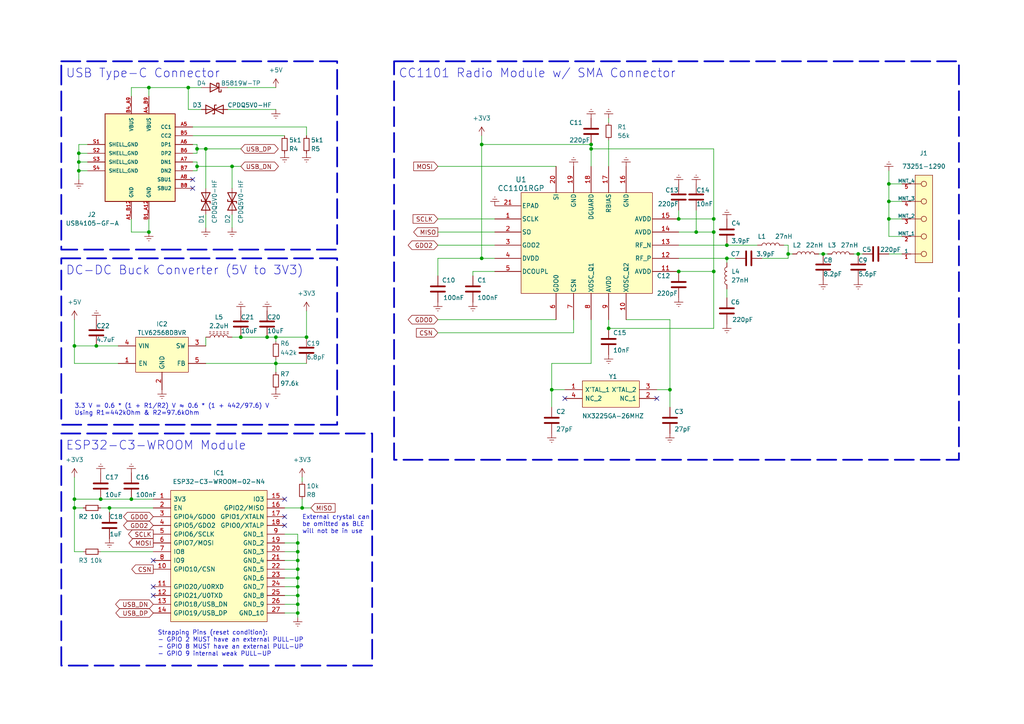
<source format=kicad_sch>
(kicad_sch (version 20230121) (generator eeschema)
  (paper "A4")
  (title_block (title "CoralWave") (date "2023-08-22") (rev "1.0") (company "mineiwik"))
  (lib_symbols
    (symbol "Device:C" (pin_numbers hide) (pin_names (offset 0.254))
      (property "Reference" "C" (at 0.635 2.54 0))
      (property "Value" "C" (at 0.635 -2.54 0))
      (symbol "C_0_1"
        (polyline (pts (xy -2.032 -0.762) (xy 2.032 -0.762)) (stroke (width 0.508)))
        (polyline (pts (xy -2.032 0.762) (xy 2.032 0.762)) (stroke (width 0.508)))
      )
      (symbol "C_1_1"
        (pin passive line (at 0 3.81 270) (length 2.794) (name "~") (number "1"))
        (pin passive line (at 0 -3.81 90) (length 2.794) (name "~") (number "2"))
      )
    )
    (symbol "Device:D_Schottky" (pin_numbers hide) (pin_names (offset 1.016) hide)
      (property "Reference" "D" (at 0 2.54 0))
      (property "Value" "D_Schottky" (at 0 -2.54 0))
      (symbol "D_Schottky_0_1"
        (polyline (pts (xy 1.27 0) (xy -1.27 0)))
        (polyline (pts (xy 1.27 1.27) (xy 1.27 -1.27) (xy -1.27 0) (xy 1.27 1.27)) (stroke (width 0.254)))
        (polyline (pts (xy -1.905 0.635) (xy -1.905 1.27) (xy -1.27 1.27) (xy -1.27 -1.27) (xy -0.635 -1.27) (xy -0.635 -0.635)) (stroke (width 0.254)))
      )
      (symbol "D_Schottky_1_1"
        (pin passive line (at -3.81 0 0) (length 2.54) (name "K") (number "1"))
        (pin passive line (at 3.81 0 180) (length 2.54) (name "A") (number "2"))
      )
    )
    (symbol "Device:D_TVS" (pin_numbers hide) (pin_names (offset 1.016) hide)
      (property "Reference" "D" (at 0 2.54 0))
      (property "Value" "D_TVS" (at 0 -2.54 0))
      (symbol "D_TVS_0_1"
        (polyline (pts (xy 1.27 0) (xy -1.27 0)))
        (polyline (pts (xy 0.508 1.27) (xy 0 1.27) (xy 0 -1.27) (xy -0.508 -1.27)) (stroke (width 0.254)))
        (polyline (pts (xy -2.54 1.27) (xy -2.54 -1.27) (xy 2.54 1.27) (xy 2.54 -1.27) (xy -2.54 1.27)) (stroke (width 0.254)))
      )
      (symbol "D_TVS_1_1"
        (pin passive line (at -3.81 0 0) (length 2.54) (name "A1") (number "1"))
        (pin passive line (at 3.81 0 180) (length 2.54) (name "A2") (number "2"))
      )
    )
    (symbol "Device:L" (pin_numbers hide) (pin_names (offset 1.016) hide)
      (property "Reference" "L" (at -1.27 0 90))
      (property "Value" "L" (at 1.905 0 90))
      (symbol "L_0_1"
        (arc (start 0 -2.54) (mid 0.6323 -1.905) (end 0 -1.27))
        (arc (start 0 -1.27) (mid 0.6323 -0.635) (end 0 0))
        (arc (start 0 0) (mid 0.6323 0.635) (end 0 1.27))
        (arc (start 0 1.27) (mid 0.6323 1.905) (end 0 2.54))
      )
      (symbol "L_1_1"
        (pin passive line (at 0 3.81 270) (length 1.27) (name "1") (number "1"))
        (pin passive line (at 0 -3.81 90) (length 1.27) (name "2") (number "2"))
      )
    )
    (symbol "Device:L_Ferrite" (pin_numbers hide) (pin_names (offset 1.016) hide)
      (property "Reference" "L" (at -1.27 0 90))
      (property "Value" "L_Ferrite" (at 2.794 0 90))
      (symbol "L_Ferrite_0_1"
        (arc (start 0 -2.54) (mid 0.6323 -1.905) (end 0 -1.27))
        (arc (start 0 -1.27) (mid 0.6323 -0.635) (end 0 0))
        (polyline (pts (xy 1.016 -2.794) (xy 1.016 -2.286)))
        (polyline (pts (xy 1.016 -1.778) (xy 1.016 -1.27)))
        (polyline (pts (xy 1.016 -0.762) (xy 1.016 -0.254)))
        (polyline (pts (xy 1.016 0.254) (xy 1.016 0.762)))
        (polyline (pts (xy 1.016 1.27) (xy 1.016 1.778)))
        (polyline (pts (xy 1.016 2.286) (xy 1.016 2.794)))
        (polyline (pts (xy 1.524 -2.286) (xy 1.524 -2.794)))
        (polyline (pts (xy 1.524 -1.27) (xy 1.524 -1.778)))
        (polyline (pts (xy 1.524 -0.254) (xy 1.524 -0.762)))
        (polyline (pts (xy 1.524 0.762) (xy 1.524 0.254)))
        (polyline (pts (xy 1.524 1.778) (xy 1.524 1.27)))
        (polyline (pts (xy 1.524 2.794) (xy 1.524 2.286)))
        (arc (start 0 0) (mid 0.6323 0.635) (end 0 1.27))
        (arc (start 0 1.27) (mid 0.6323 1.905) (end 0 2.54))
      )
      (symbol "L_Ferrite_1_1"
        (pin passive line (at 0 3.81 270) (length 1.27) (name "1") (number "1"))
        (pin passive line (at 0 -3.81 90) (length 1.27) (name "2") (number "2"))
      )
    )
    (symbol "Device:R_Small" (pin_numbers hide) (pin_names (offset 0.254) hide)
      (property "Reference" "R" (at 0.762 0.508 0))
      (property "Value" "R_Small" (at 0.762 -1.016 0))
      (symbol "R_Small_0_1"
        (rectangle (start -0.762 1.778) (end 0.762 -1.778) (stroke (width 0.2032)))
      )
      (symbol "R_Small_1_1"
        (pin passive line (at 0 2.54 270) (length 0.762) (name "~") (number "1"))
        (pin passive line (at 0 -2.54 90) (length 0.762) (name "~") (number "2"))
      )
    )
    (symbol "PCBLib:CC1101RGP" (pin_names (offset 0.254))
      (property "Reference" "U" (at 24.13 24.13 0))
      (property "Value" "CC1101RGP" (at 24.13 20.32 0))
      (symbol "CC1101RGP_1_1"
        (rectangle (start -20.32 13.97) (end 17.78 -15.24) (fill (type background)))
        (pin unspecified line (at -27.94 6.35 0) (length 7.62) (name "SCLK") (number "1"))
        (pin bidirectional line (at 10.16 -22.86 90) (length 7.62) (name "XOSC_Q2") (number "10"))
        (pin power_in line (at 25.4 -8.89 180) (length 7.62) (name "AVDD") (number "11"))
        (pin bidirectional line (at 25.4 -5.08 180) (length 7.62) (name "RF_P") (number "12"))
        (pin bidirectional line (at 25.4 -1.27 180) (length 7.62) (name "RF_N") (number "13"))
        (pin power_in line (at 25.4 2.54 180) (length 7.62) (name "AVDD") (number "14"))
        (pin power_in line (at 25.4 6.35 180) (length 7.62) (name "AVDD") (number "15"))
        (pin power_in line (at 10.16 21.59 270) (length 7.62) (name "GND") (number "16"))
        (pin bidirectional line (at 5.08 21.59 270) (length 7.62) (name "RBIAS") (number "17"))
        (pin power_in line (at 0 21.59 270) (length 7.62) (name "DGUARD") (number "18"))
        (pin power_in line (at -5.08 21.59 270) (length 7.62) (name "GND") (number "19"))
        (pin output line (at -27.94 2.54 0) (length 7.62) (name "SO") (number "2"))
        (pin input line (at -10.16 21.59 270) (length 7.62) (name "SI") (number "20"))
        (pin power_in line (at -27.94 10.16 0) (length 7.62) (name "EPAD") (number "21"))
        (pin output line (at -27.94 -1.27 0) (length 7.62) (name "GDO2") (number "3"))
        (pin power_in line (at -27.94 -5.08 0) (length 7.62) (name "DVDD") (number "4"))
        (pin power_in line (at -27.94 -8.89 0) (length 7.62) (name "DCOUPL") (number "5"))
        (pin bidirectional line (at -10.16 -22.86 90) (length 7.62) (name "GDO0") (number "6"))
        (pin input line (at -5.08 -22.86 90) (length 7.62) (name "CSN") (number "7"))
        (pin bidirectional line (at 0 -22.86 90) (length 7.62) (name "XOSC_Q1") (number "8"))
        (pin power_in line (at 5.08 -22.86 90) (length 7.62) (name "AVDD") (number "9"))
      )
    )
    (symbol "PCBLib:ESP32-C3-WROOM-02-N4" (pin_names (offset 0.762))
      (property "Reference" "IC" (at 15.24 22.86 0))
      (property "Value" "ESP32-C3-WROOM-02-N4" (at 15.24 20.32 0))
      (symbol "ESP32-C3-WROOM-02-N4_0_0"
        (pin passive line (at -19.05 15.24 0) (length 5.08) (name "3V3") (number "1"))
        (pin passive line (at 19.05 15.24 180) (length 5.08) (name "IO3") (number "15"))
        (pin passive line (at 19.05 2.54 180) (length 5.08) (name "GND_2") (number "19"))
        (pin passive line (at -19.05 12.7 0) (length 5.08) (name "EN") (number "2"))
        (pin passive line (at 19.05 0 180) (length 5.08) (name "GND_3") (number "20"))
        (pin passive line (at 19.05 -2.54 180) (length 5.08) (name "GND_4") (number "21"))
        (pin passive line (at 19.05 -5.08 180) (length 5.08) (name "GND_5") (number "22"))
        (pin passive line (at 19.05 -7.62 180) (length 5.08) (name "GND_6") (number "23"))
        (pin passive line (at 19.05 -10.16 180) (length 5.08) (name "GND_7") (number "24"))
        (pin passive line (at 19.05 -12.7 180) (length 5.08) (name "GND_8") (number "25"))
        (pin passive line (at 19.05 -15.24 180) (length 5.08) (name "GND_9") (number "26"))
        (pin passive line (at 19.05 -17.78 180) (length 5.08) (name "GND_10") (number "27"))
        (pin passive line (at -19.05 0 0) (length 5.08) (name "IO8") (number "7"))
        (pin passive line (at -19.05 -2.54 0) (length 5.08) (name "IO9") (number "8"))
        (pin passive line (at 19.05 5.08 180) (length 5.08) (name "GND_1") (number "9"))
      )
      (symbol "ESP32-C3-WROOM-02-N4_1_0"
        (pin passive line (at -19.05 -5.08 0) (length 5.08) (name "GPIO10/CSN") (number "10"))
        (pin passive line (at -19.05 -10.16 0) (length 5.08) (name "GPIO20/U0RXD") (number "11"))
        (pin passive line (at -19.05 -12.7 0) (length 5.08) (name "GPIO21/U0TXD") (number "12"))
        (pin passive line (at -19.05 -15.24 0) (length 5.08) (name "GPIO18/USB_DN") (number "13"))
        (pin passive line (at -19.05 -17.78 0) (length 5.08) (name "GPIO19/USB_DP") (number "14"))
        (pin passive line (at 19.05 12.7 180) (length 5.08) (name "GPIO2/MISO") (number "16"))
        (pin passive line (at 19.05 10.16 180) (length 5.08) (name "GPIO1/XTALN") (number "17"))
        (pin passive line (at 19.05 7.62 180) (length 5.08) (name "GPIO0/XTALP") (number "18"))
        (pin passive line (at -19.05 10.16 0) (length 5.08) (name "GPIO4/GDO0") (number "3"))
        (pin passive line (at -19.05 7.62 0) (length 5.08) (name "GPIO5/GDO2") (number "4"))
        (pin passive line (at -19.05 5.08 0) (length 5.08) (name "GPIO6/SCLK") (number "5"))
        (pin passive line (at -19.05 2.54 0) (length 5.08) (name "GPIO7/MOSI") (number "6"))
      )
      (symbol "ESP32-C3-WROOM-02-N4_1_1"
        (rectangle (start -13.97 17.78) (end 13.97 -20.32) (fill (type background)))
      )
    )
    (symbol "PCBLib:NX3225GA-26.000MHZ-EXS00A-CG01972" (pin_names (offset 0.762))
      (property "Reference" "Y" (at 13.97 8.89 0))
      (property "Value" "NX3225GA-26MHZ-EXS00A-CG01972" (at 13.97 6.35 0))
      (symbol "NX3225GA-26.000MHZ-EXS00A-CG01972_0_0"
        (pin passive line (at -13.97 1.27 0) (length 5.08) (name "X'TAL_1") (number "1"))
        (pin passive line (at 12.7 -1.27 180) (length 5.08) (name "NC_1") (number "2"))
        (pin passive line (at 12.7 1.27 180) (length 5.08) (name "X'TAL_2") (number "3"))
        (pin passive line (at -13.97 -1.27 0) (length 5.08) (name "NC_2") (number "4"))
      )
      (symbol "NX3225GA-26.000MHZ-EXS00A-CG01972_1_1"
        (polyline (pts (xy -8.89 3.81) (xy 7.62 3.81) (xy 7.62 -3.81) (xy -8.89 -3.81) (xy -8.89 3.81)) (stroke (width 0.1524)) (fill (type background)))
      )
    )
    (symbol "PCBLib:SD-73251-129" (pin_names (offset 0))
      (property "Reference" "J" (at 0 17.78 0))
      (property "Value" "73251-1290" (at 0 20.32 0))
      (symbol "SD-73251-129_1_1"
        (rectangle (start -2.54 12.7) (end 2.54 -12.7) (fill (type background)))
        (circle (center 0 -10.16) (radius 0.762))
        (circle (center 0 -5.08) (radius 0.762))
        (polyline (pts (xy 0.762 -10.16) (xy 3.81 -10.16)))
        (polyline (pts (xy 0.762 -5.08) (xy 3.81 -5.08)))
        (polyline (pts (xy 0.762 0) (xy 3.81 0)))
        (polyline (pts (xy 0.762 5.08) (xy 3.81 5.08)))
        (polyline (pts (xy 0.762 10.16) (xy 3.81 10.16)))
        (circle (center 0 0) (radius 0.762))
        (circle (center 0 5.08) (radius 0.762))
        (circle (center 0 10.16) (radius 0.762))
        (pin unspecified line (at 6.35 10.16 180) (length 2.54) (name "1") (number "1"))
        (pin unspecified line (at 6.35 5.08 180) (length 2.54) (name "MNT_1") (number "2"))
        (pin unspecified line (at 6.35 0 180) (length 2.54) (name "MNT_2") (number "3"))
        (pin unspecified line (at 6.35 -5.08 180) (length 2.54) (name "MNT_3") (number "4"))
        (pin unspecified line (at 6.35 -10.16 180) (length 2.54) (name "MNT_4") (number "5"))
      )
    )
    (symbol "PCBLib:TLV62568DBVR" (pin_names (offset 0.762))
      (property "Reference" "IC" (at 21.59 7.62 0))
      (property "Value" "TLV62568DBVR" (at 21.59 5.08 0))
      (symbol "TLV62568DBVR_0_0"
        (pin passive line (at -12.7 -2.54 0) (length 5.08) (name "EN") (number "1"))
        (pin passive line (at 0 -10.16 90) (length 5.08) (name "GND") (number "2"))
        (pin passive line (at 12.7 2.54 180) (length 5.08) (name "SW") (number "3"))
        (pin passive line (at -12.7 2.54 0) (length 5.08) (name "VIN") (number "4"))
        (pin passive line (at 12.7 -2.54 180) (length 5.08) (name "FB") (number "5"))
      )
      (symbol "TLV62568DBVR_1_1"
        (polyline (pts (xy -7.62 5.08) (xy 7.62 5.08) (xy 7.62 -5.08) (xy -7.62 -5.08) (xy -7.62 5.08)) (stroke (width 0.1524)) (fill (type background)))
      )
    )
    (symbol "PCBLib:USB4105-GF-A" (pin_names (offset 1.016))
      (property "Reference" "J" (at -27.94 13.97 0))
      (property "Value" "USB4105-GF-A" (at -27.94 10.16 0))
      (symbol "USB4105-GF-A_0_0"
        (rectangle (start -10.16 12.7) (end 10.16 -12.7) (stroke (width 0.254)) (fill (type background)))
        (pin power_in line (at -2.54 -17.78 90) (length 5.08) (name "GND") (number "A1_B12"))
        (pin power_in line (at 2.54 17.78 270) (length 5.08) (name "VBUS") (number "A4_B9"))
        (pin bidirectional line (at 15.24 8.89 180) (length 5.08) (name "CC1") (number "A5"))
        (pin bidirectional line (at 15.24 3.81 180) (length 5.08) (name "DP1") (number "A6"))
        (pin bidirectional line (at 15.24 -1.27 180) (length 5.08) (name "DN1") (number "A7"))
        (pin bidirectional line (at 15.24 -6.35 180) (length 5.08) (name "SBU1") (number "A8"))
        (pin power_in line (at 2.54 -17.78 90) (length 5.08) (name "GND") (number "B1_A12"))
        (pin power_in line (at -2.54 17.78 270) (length 5.08) (name "VBUS") (number "B4_A9"))
        (pin bidirectional line (at 15.24 6.35 180) (length 5.08) (name "CC2") (number "B5"))
        (pin bidirectional line (at 15.24 1.27 180) (length 5.08) (name "DP2") (number "B6"))
        (pin bidirectional line (at 15.24 -3.81 180) (length 5.08) (name "DN2") (number "B7"))
        (pin bidirectional line (at 15.24 -8.89 180) (length 5.08) (name "SBU2") (number "B8"))
        (pin power_in line (at -15.24 3.81 0) (length 5.08) (name "SHELL_GND") (number "S1"))
        (pin power_in line (at -15.24 1.27 0) (length 5.08) (name "SHELL_GND") (number "S2"))
        (pin power_in line (at -15.24 -1.27 0) (length 5.08) (name "SHELL_GND") (number "S3"))
        (pin power_in line (at -15.24 -3.81 0) (length 5.08) (name "SHELL_GND") (number "S4"))
      )
    )
    (symbol "power:+3V3" (power) (pin_names (offset 0))
      (property "Value" "+3V3" (at 0 3.556 0))
      (symbol "+3V3_0_1"
        (polyline (pts (xy -0.762 1.27) (xy 0 2.54)))
        (polyline (pts (xy 0 0) (xy 0 2.54)))
        (polyline (pts (xy 0 2.54) (xy 0.762 1.27)))
      )
      (symbol "+3V3_1_1"
        (pin power_in line (at 0 0 90) (length 0) hide (name "+3V3") (number "1"))
      )
    )
    (symbol "power:+5V" (power) (pin_names (offset 0))
      (property "Value" "+5V" (at 0 3.556 0))
      (symbol "+5V_0_1"
        (polyline (pts (xy -0.762 1.27) (xy 0 2.54)))
        (polyline (pts (xy 0 0) (xy 0 2.54)))
        (polyline (pts (xy 0 2.54) (xy 0.762 1.27)))
      )
      (symbol "+5V_1_1"
        (pin power_in line (at 0 0 90) (length 0) hide (name "+5V") (number "1"))
      )
    )
    (symbol "power:Earth" (power) (pin_names (offset 0))
      (symbol "Earth_0_1"
        (polyline (pts (xy -0.635 -1.905) (xy 0.635 -1.905)))
        (polyline (pts (xy -0.127 -2.54) (xy 0.127 -2.54)))
        (polyline (pts (xy 0 -1.27) (xy 0 0)))
        (polyline (pts (xy 1.27 -1.27) (xy -1.27 -1.27)))
      )
      (symbol "Earth_1_1"
        (pin power_in line (at 0 0 270) (length 0) hide (name "Earth") (number "1"))
      )
    )
  )
  (junction (at 38.1 144.78))
  (junction (at 176.53 95.25))
  (junction (at 69.85 97.79))
  (junction (at 31.75 147.32))
  (junction (at 160.02 113.03))
  (junction (at 59.69 43.18))
  (junction (at 257.81 63.5))
  (junction (at 86.36 177.8))
  (junction (at 21.59 147.32))
  (junction (at 210.82 74.93))
  (junction (at 57.15 43.18))
  (junction (at 86.36 167.64))
  (junction (at 207.01 67.31))
  (junction (at 210.82 71.12))
  (junction (at 171.45 41.91))
  (junction (at 43.18 25.4))
  (junction (at 86.36 162.56))
  (junction (at 139.7 41.91))
  (junction (at 228.6 73.66))
  (junction (at 22.86 49.53))
  (junction (at 54.61 25.4))
  (junction (at 238.76 73.66))
  (junction (at 22.86 46.99))
  (junction (at 77.47 97.79))
  (junction (at 196.85 63.5))
  (junction (at 87.63 147.32))
  (junction (at 57.15 48.26))
  (junction (at 86.36 165.1))
  (junction (at 21.59 100.33))
  (junction (at 43.18 67.31))
  (junction (at 88.9 97.79))
  (junction (at 29.21 144.78))
  (junction (at 171.45 43.18))
  (junction (at 194.31 113.03))
  (junction (at 86.36 172.72))
  (junction (at 196.85 78.74))
  (junction (at 22.86 44.45))
  (junction (at 80.01 97.79))
  (junction (at 207.01 78.74))
  (junction (at 67.31 48.26))
  (junction (at 201.93 67.31))
  (junction (at 86.36 175.26))
  (junction (at 248.92 73.66))
  (junction (at 139.7 74.93))
  (junction (at 207.01 63.5))
  (junction (at 80.01 105.41))
  (junction (at 86.36 170.18))
  (junction (at 257.81 53.34))
  (junction (at 21.59 144.78))
  (junction (at 27.94 100.33))
  (junction (at 257.81 58.42))
  (junction (at 86.36 157.48))
  (junction (at 86.36 160.02))
  (no_connect (at 82.55 149.86))
  (no_connect (at 44.45 172.72))
  (no_connect (at 55.88 52.07))
  (no_connect (at 44.45 162.56))
  (no_connect (at 190.5 115.57))
  (no_connect (at 163.83 115.57))
  (no_connect (at 82.55 152.4))
  (no_connect (at 55.88 54.61))
  (no_connect (at 44.45 170.18))
  (no_connect (at 82.55 144.78))
  (wire (pts (xy 127 63.5) (xy 143.51 63.5)))
  (wire (pts (xy 196.85 71.12) (xy 210.82 71.12)))
  (wire (pts (xy 66.04 25.4) (xy 80.01 25.4)))
  (wire (pts (xy 87.63 138.43) (xy 87.63 139.7)))
  (wire (pts (xy 88.9 36.83) (xy 88.9 39.37)))
  (wire (pts (xy 207.01 67.31) (xy 207.01 78.74)))
  (wire (pts (xy 67.31 97.79) (xy 69.85 97.79)))
  (wire (pts (xy 38.1 25.4) (xy 43.18 25.4)))
  (wire (pts (xy 21.59 138.43) (xy 21.59 144.78)))
  (wire (pts (xy 55.88 46.99) (xy 57.15 46.99)))
  (wire (pts (xy 210.82 74.93) (xy 213.36 74.93)))
  (wire (pts (xy 55.88 39.37) (xy 82.55 39.37)))
  (wire (pts (xy 55.88 49.53) (xy 57.15 49.53)))
  (wire (pts (xy 43.18 25.4) (xy 43.18 27.94)))
  (wire (pts (xy 196.85 67.31) (xy 201.93 67.31)))
  (wire (pts (xy 228.6 71.12) (xy 227.33 71.12)))
  (wire (pts (xy 86.36 167.64) (xy 86.36 170.18)))
  (wire (pts (xy 86.36 172.72) (xy 82.55 172.72)))
  (wire (pts (xy 86.36 160.02) (xy 86.36 162.56)))
  (wire (pts (xy 171.45 43.18) (xy 171.45 48.26)))
  (wire (pts (xy 22.86 52.07) (xy 22.86 49.53)))
  (wire (pts (xy 210.82 76.2) (xy 210.82 74.93)))
  (wire (pts (xy 21.59 92.71) (xy 21.59 100.33)))
  (wire (pts (xy 127 96.52) (xy 166.37 96.52)))
  (wire (pts (xy 176.53 40.64) (xy 176.53 48.26)))
  (wire (pts (xy 257.81 68.58) (xy 257.81 63.5)))
  (wire (pts (xy 22.86 44.45) (xy 25.4 44.45)))
  (wire (pts (xy 22.86 46.99) (xy 25.4 46.99)))
  (wire (pts (xy 176.53 92.71) (xy 176.53 95.25)))
  (wire (pts (xy 24.13 160.02) (xy 21.59 160.02)))
  (wire (pts (xy 22.86 49.53) (xy 25.4 49.53)))
  (wire (pts (xy 257.81 63.5) (xy 257.81 58.42)))
  (wire (pts (xy 210.82 83.82) (xy 210.82 86.36)))
  (wire (pts (xy 127 48.26) (xy 161.29 48.26)))
  (wire (pts (xy 80.01 97.79) (xy 80.01 99.06)))
  (wire (pts (xy 207.01 43.18) (xy 171.45 43.18)))
  (wire (pts (xy 55.88 44.45) (xy 57.15 44.45)))
  (wire (pts (xy 86.36 170.18) (xy 86.36 172.72)))
  (wire (pts (xy 82.55 175.26) (xy 86.36 175.26)))
  (wire (pts (xy 196.85 78.74) (xy 207.01 78.74)))
  (wire (pts (xy 87.63 147.32) (xy 82.55 147.32)))
  (wire (pts (xy 257.81 53.34) (xy 261.62 53.34)))
  (wire (pts (xy 82.55 177.8) (xy 86.36 177.8)))
  (wire (pts (xy 21.59 160.02) (xy 21.59 147.32)))
  (wire (pts (xy 21.59 144.78) (xy 29.21 144.78)))
  (wire (pts (xy 139.7 41.91) (xy 171.45 41.91)))
  (wire (pts (xy 21.59 105.41) (xy 21.59 100.33)))
  (wire (pts (xy 176.53 95.25) (xy 207.01 95.25)))
  (wire (pts (xy 210.82 71.12) (xy 219.71 71.12)))
  (wire (pts (xy 87.63 144.78) (xy 87.63 147.32)))
  (wire (pts (xy 55.88 36.83) (xy 88.9 36.83)))
  (wire (pts (xy 82.55 160.02) (xy 86.36 160.02)))
  (wire (pts (xy 59.69 62.23) (xy 59.69 66.04)))
  (wire (pts (xy 59.69 105.41) (xy 80.01 105.41)))
  (wire (pts (xy 57.15 49.53) (xy 57.15 48.26)))
  (wire (pts (xy 57.15 41.91) (xy 57.15 43.18)))
  (wire (pts (xy 43.18 67.31) (xy 38.1 67.31)))
  (wire (pts (xy 31.75 148.59) (xy 31.75 147.32)))
  (wire (pts (xy 160.02 105.41) (xy 171.45 105.41)))
  (wire (pts (xy 127 67.31) (xy 143.51 67.31)))
  (wire (pts (xy 82.55 170.18) (xy 86.36 170.18)))
  (wire (pts (xy 69.85 97.79) (xy 77.47 97.79)))
  (wire (pts (xy 237.49 73.66) (xy 238.76 73.66)))
  (wire (pts (xy 90.17 147.32) (xy 87.63 147.32)))
  (wire (pts (xy 86.36 177.8) (xy 86.36 179.07)))
  (wire (pts (xy 261.62 73.66) (xy 257.81 73.66)))
  (wire (pts (xy 80.01 105.41) (xy 88.9 105.41)))
  (wire (pts (xy 29.21 147.32) (xy 31.75 147.32)))
  (wire (pts (xy 67.31 48.26) (xy 67.31 54.61)))
  (wire (pts (xy 137.16 80.01) (xy 137.16 78.74)))
  (wire (pts (xy 22.86 44.45) (xy 22.86 41.91)))
  (wire (pts (xy 201.93 67.31) (xy 207.01 67.31)))
  (wire (pts (xy 86.36 175.26) (xy 86.36 172.72)))
  (wire (pts (xy 207.01 67.31) (xy 207.01 63.5)))
  (wire (pts (xy 196.85 60.96) (xy 196.85 63.5)))
  (wire (pts (xy 248.92 73.66) (xy 247.65 73.66)))
  (wire (pts (xy 139.7 41.91) (xy 139.7 74.93)))
  (wire (pts (xy 59.69 43.18) (xy 59.69 54.61)))
  (wire (pts (xy 82.55 165.1) (xy 86.36 165.1)))
  (wire (pts (xy 55.88 41.91) (xy 57.15 41.91)))
  (wire (pts (xy 82.55 162.56) (xy 86.36 162.56)))
  (wire (pts (xy 171.45 105.41) (xy 171.45 92.71)))
  (wire (pts (xy 261.62 63.5) (xy 257.81 63.5)))
  (wire (pts (xy 82.55 167.64) (xy 86.36 167.64)))
  (wire (pts (xy 67.31 62.23) (xy 67.31 66.04)))
  (wire (pts (xy 43.18 63.5) (xy 43.18 67.31)))
  (wire (pts (xy 196.85 63.5) (xy 207.01 63.5)))
  (wire (pts (xy 127 92.71) (xy 161.29 92.71)))
  (wire (pts (xy 27.94 100.33) (xy 34.29 100.33)))
  (wire (pts (xy 82.55 157.48) (xy 86.36 157.48)))
  (wire (pts (xy 86.36 157.48) (xy 86.36 160.02)))
  (wire (pts (xy 54.61 25.4) (xy 54.61 31.75)))
  (wire (pts (xy 67.31 48.26) (xy 69.85 48.26)))
  (wire (pts (xy 143.51 74.93) (xy 139.7 74.93)))
  (wire (pts (xy 22.86 41.91) (xy 25.4 41.91)))
  (wire (pts (xy 86.36 165.1) (xy 86.36 167.64)))
  (wire (pts (xy 21.59 147.32) (xy 21.59 144.78)))
  (wire (pts (xy 57.15 44.45) (xy 57.15 43.18)))
  (wire (pts (xy 38.1 27.94) (xy 38.1 25.4)))
  (wire (pts (xy 160.02 113.03) (xy 160.02 118.11)))
  (wire (pts (xy 194.31 113.03) (xy 190.5 113.03)))
  (wire (pts (xy 31.75 147.32) (xy 44.45 147.32)))
  (wire (pts (xy 80.01 104.14) (xy 80.01 105.41)))
  (wire (pts (xy 21.59 100.33) (xy 27.94 100.33)))
  (wire (pts (xy 69.85 43.18) (xy 59.69 43.18)))
  (wire (pts (xy 127 71.12) (xy 143.51 71.12)))
  (wire (pts (xy 59.69 97.79) (xy 59.69 100.33)))
  (wire (pts (xy 261.62 68.58) (xy 257.81 68.58)))
  (wire (pts (xy 127 80.01) (xy 127 74.93)))
  (wire (pts (xy 54.61 31.75) (xy 58.42 31.75)))
  (wire (pts (xy 127 74.93) (xy 139.7 74.93)))
  (wire (pts (xy 86.36 154.94) (xy 86.36 157.48)))
  (wire (pts (xy 160.02 113.03) (xy 163.83 113.03)))
  (wire (pts (xy 201.93 60.96) (xy 201.93 67.31)))
  (wire (pts (xy 160.02 113.03) (xy 160.02 105.41)))
  (wire (pts (xy 57.15 48.26) (xy 67.31 48.26)))
  (wire (pts (xy 29.21 144.78) (xy 38.1 144.78)))
  (wire (pts (xy 137.16 78.74) (xy 143.51 78.74)))
  (wire (pts (xy 171.45 41.91) (xy 171.45 43.18)))
  (wire (pts (xy 38.1 67.31) (xy 38.1 63.5)))
  (wire (pts (xy 43.18 25.4) (xy 54.61 25.4)))
  (wire (pts (xy 176.53 34.29) (xy 176.53 35.56)))
  (wire (pts (xy 57.15 46.99) (xy 57.15 48.26)))
  (wire (pts (xy 194.31 92.71) (xy 181.61 92.71)))
  (wire (pts (xy 261.62 58.42) (xy 257.81 58.42)))
  (wire (pts (xy 166.37 92.71) (xy 166.37 96.52)))
  (wire (pts (xy 77.47 97.79) (xy 80.01 97.79)))
  (wire (pts (xy 240.03 73.66) (xy 238.76 73.66)))
  (wire (pts (xy 54.61 25.4) (xy 58.42 25.4)))
  (wire (pts (xy 59.69 43.18) (xy 57.15 43.18)))
  (wire (pts (xy 22.86 49.53) (xy 22.86 46.99)))
  (wire (pts (xy 257.81 49.53) (xy 257.81 53.34)))
  (wire (pts (xy 86.36 162.56) (xy 86.36 165.1)))
  (wire (pts (xy 257.81 58.42) (xy 257.81 53.34)))
  (wire (pts (xy 207.01 63.5) (xy 207.01 43.18)))
  (wire (pts (xy 66.04 31.75) (xy 80.01 31.75)))
  (wire (pts (xy 196.85 74.93) (xy 210.82 74.93)))
  (wire (pts (xy 24.13 147.32) (xy 21.59 147.32)))
  (wire (pts (xy 220.98 74.93) (xy 228.6 74.93)))
  (wire (pts (xy 207.01 95.25) (xy 207.01 78.74)))
  (wire (pts (xy 228.6 74.93) (xy 228.6 73.66)))
  (wire (pts (xy 29.21 160.02) (xy 44.45 160.02)))
  (wire (pts (xy 38.1 144.78) (xy 44.45 144.78)))
  (wire (pts (xy 21.59 105.41) (xy 34.29 105.41)))
  (wire (pts (xy 86.36 175.26) (xy 86.36 177.8)))
  (wire (pts (xy 228.6 73.66) (xy 228.6 71.12)))
  (wire (pts (xy 22.86 46.99) (xy 22.86 44.45)))
  (wire (pts (xy 82.55 154.94) (xy 86.36 154.94)))
  (wire (pts (xy 248.92 73.66) (xy 250.19 73.66)))
  (wire (pts (xy 88.9 90.17) (xy 88.9 97.79)))
  (wire (pts (xy 194.31 113.03) (xy 194.31 118.11)))
  (wire (pts (xy 229.87 73.66) (xy 228.6 73.66)))
  (wire (pts (xy 80.01 105.41) (xy 80.01 107.95)))
  (wire (pts (xy 139.7 39.37) (xy 139.7 41.91)))
  (wire (pts (xy 88.9 97.79) (xy 80.01 97.79)))
  (wire (pts (xy 194.31 92.71) (xy 194.31 113.03)))
  (rectangle (start 17.78 125.73) (end 107.95 193.04) (stroke (width 0.5) (type dash)))
  (rectangle (start 17.78 17.78) (end 97.79 72.39) (stroke (width 0.5) (type dash)))
  (rectangle (start 114.3 17.78) (end 278.13 133.35) (stroke (width 0.5) (type dash)))
  (rectangle (start 17.78 74.93) (end 97.79 123.19) (stroke (width 0.5) (type dash)))
  (text "Strapping Pins (reset condition):\n- GPIO 2 MUST have an external PULL-UP\n- GPIO 8 MUST have an external PULL-UP\n- GPIO 9 internal weak PULL-UP" (at 45.72 190.5 0) (effects (font (size 1.27 1.27)) (justify left bottom)))
  (text "CC1101 Radio Module w/ SMA Connector" (at 115.57 22.86 0) (effects (font (size 2.54 2.54)) (justify left bottom)))
  (text "3.3 V = 0.6 * (1 + R1/R2) V ≈ 0.6 * (1 + 442/97.6) V\nUsing R1=442kOhm & R2=97.6kOhm" (at 21.59 120.65 0) (effects (font (size 1.27 1.27)) (justify left bottom)))
  (text "DC-DC Buck Converter (5V to 3V3)" (at 19.05 80.01 0) (effects (font (size 2.54 2.54)) (justify left bottom)))
  (text "ESP32-C3-WROOM Module" (at 19.05 130.81 0) (effects (font (size 2.54 2.54)) (justify left bottom)))
  (text "External crystal can \nbe omitted as BLE \nwill not be in use" (at 87.63 154.94 0) (effects (font (size 1.27 1.27)) (justify left bottom)))
  (text "USB Type-C Connector" (at 19.05 22.86 0) (effects (font (size 2.54 2.54)) (justify left bottom)))
  (global_label "USB_DN" (shape bidirectional) (at 69.85 48.26 0) (property "Intersheetrefs" "${INTERSHEET_REFS}" (effects hide)))
  (global_label "GDO2" (shape bidirectional) (at 44.45 152.4 180) (property "Intersheetrefs" "${INTERSHEET_REFS}" (effects hide)))
  (global_label "GDO2" (shape bidirectional) (at 127 71.12 180) (property "Intersheetrefs" "${INTERSHEET_REFS}" (effects hide)))
  (global_label "SCLK" (shape output) (at 44.45 154.94 180) (property "Intersheetrefs" "${INTERSHEET_REFS}" (effects hide)))
  (global_label "MISO" (shape output) (at 127 67.31 180) (property "Intersheetrefs" "${INTERSHEET_REFS}" (effects hide)))
  (global_label "MOSI" (shape input) (at 127 48.26 180) (property "Intersheetrefs" "${INTERSHEET_REFS}" (effects hide)))
  (global_label "MOSI" (shape output) (at 44.45 157.48 180) (property "Intersheetrefs" "${INTERSHEET_REFS}" (effects hide)))
  (global_label "USB_DP" (shape bidirectional) (at 69.85 43.18 0) (property "Intersheetrefs" "${INTERSHEET_REFS}" (effects hide)))
  (global_label "CSN" (shape input) (at 127 96.52 180) (property "Intersheetrefs" "${INTERSHEET_REFS}" (effects hide)))
  (global_label "USB_DP" (shape bidirectional) (at 44.45 177.8 180) (property "Intersheetrefs" "${INTERSHEET_REFS}" (effects hide)))
  (global_label "MISO" (shape input) (at 90.17 147.32 0) (property "Intersheetrefs" "${INTERSHEET_REFS}" (effects hide)))
  (global_label "SCLK" (shape input) (at 127 63.5 180) (property "Intersheetrefs" "${INTERSHEET_REFS}" (effects hide)))
  (global_label "GDO0" (shape bidirectional) (at 127 92.71 180) (property "Intersheetrefs" "${INTERSHEET_REFS}" (effects hide)))
  (global_label "GDO0" (shape bidirectional) (at 44.45 149.86 180) (property "Intersheetrefs" "${INTERSHEET_REFS}" (effects hide)))
  (global_label "CSN" (shape output) (at 44.45 165.1 180) (property "Intersheetrefs" "${INTERSHEET_REFS}" (effects hide)))
  (global_label "USB_DN" (shape bidirectional) (at 44.45 175.26 180) (property "Intersheetrefs" "${INTERSHEET_REFS}" (effects hide)))
  (symbol (lib_id "power:Earth") (at 196.85 53.34 180) (unit 1)
    (property "Reference" "#PWR017" (effects hide))
    (property "Value" "Earth" (effects hide))
  )
  (symbol (lib_id "power:Earth") (at 27.94 92.71 180) (unit 1)
    (property "Reference" "#PWR038" (effects hide))
    (property "Value" "Earth" (effects hide))
  )
  (symbol (lib_id "power:Earth") (at 127 87.63 0) (unit 1)
    (property "Reference" "#PWR014" (effects hide))
    (property "Value" "Earth" (effects hide))
  )
  (symbol (lib_id "PCBLib:SD-73251-129") (at 267.97 63.5 180) (unit 1)
    (property "Reference" "J1" (at 266.7 44.45 0) (effects (justify right)))
    (property "Value" "73251-1290" (at 261.62 48.26 0) (effects (justify right)))
    (property "Footprint" "PCBLib:Molex-SD-73251-129" (effects hide))
    (property "Datasheet" "http://www.molex.com/pdm_docs/sd/732511290_sd.pdf" (effects hide))
    (property "Impedance" "50Ω" (effects hide))
    (property "category" "Connectors" (effects hide))
    (property "category 0836c53c3d42d3f1" "Connectors" (effects hide))
    (property "category 401a8d10744a9bdd" "Uncategorized" (effects hide))
    (property "category 75fab8f04590ae3d" "Connectors and Adapters" (effects hide))
    (property "category 7e2eb3244b2ba5e9" "RF/Coaxial" (effects hide))
    (property "category a3c16ecb93907806" "Uncategorized" (effects hide))
    (property "digikey description" "SMA Connector Jack, Female Socket 50 Ohm Board Edge, End Launch; Panel Mount Solder" (effects hide))
    (property "digikey part number" "WM9461-ND" (effects hide))
    (property "is connector" "yes" (effects hide))
    (property "is female" "yes" (effects hide))
    (property "lead free" "yes" (effects hide))
    (property "library id" "e34209c117e6b561" (effects hide))
    (property "manufacturer" "Molex" (effects hide))
    (property "mouser part number" "538-73251-1290" (effects hide))
    (property "num pins" "5" (effects hide))
    (property "octopart part number" "4a09823157fb95ce" (effects hide))
    (property "package" "SMT_12MM7_9MM53" (effects hide))
    (property "rohs" "yes" (effects hide))
  )
  (symbol (lib_id "power:Earth") (at 143.51 59.69 180) (unit 1)
    (property "Reference" "#PWR04" (effects hide))
    (property "Value" "Earth" (effects hide))
  )
  (symbol (lib_id "Device:C") (at 217.17 74.93 90) (unit 1)
    (property "Reference" "C7" (at 214.63 73.66 90) (effects (justify left)))
    (property "Value" "3.9pF" (at 224.79 73.66 90) (effects (justify left)))
    (property "Footprint" "PCBLib:Cap_Murata_GRM_0402" (effects hide))
  )
  (symbol (lib_id "Device:R_Small") (at 26.67 147.32 270) (unit 1)
    (property "Reference" "R2" (at 24.13 149.86 90))
    (property "Value" "10k" (at 27.94 149.86 90))
    (property "Footprint" "PCBLib:R_Vishay_CRCW_0402" (effects hide))
  )
  (symbol (lib_id "Device:R_Small") (at 80.01 110.49 0) (unit 1)
    (property "Reference" "R7" (at 81.28 109.22 0) (effects (justify left bottom)))
    (property "Value" "97.6k" (at 81.28 110.49 0) (effects (justify left top)))
    (property "Footprint" "PCBLib:R_Bourns_CR_0603" (effects hide))
  )
  (symbol (lib_id "power:Earth") (at 46.99 113.03 0) (unit 1)
    (property "Reference" "#PWR039" (effects hide))
    (property "Value" "Earth" (effects hide))
  )
  (symbol (lib_id "power:Earth") (at 248.92 81.28 0) (unit 1)
    (property "Reference" "#PWR013" (effects hide))
    (property "Value" "Earth" (effects hide))
  )
  (symbol (lib_id "power:Earth") (at 86.36 179.07 0) (unit 1)
    (property "Reference" "#PWR020" (effects hide))
    (property "Value" "Earth" (effects hide))
  )
  (symbol (lib_id "Device:C") (at 77.47 93.98 0) (unit 1)
    (property "Reference" "C20" (at 77.47 92.71 0) (effects (justify left bottom)))
    (property "Value" "10uF" (at 77.47 95.25 0) (effects (justify left top)))
    (property "Footprint" "PCBLib:Cap_Murata_GRM_0402" (effects hide))
  )
  (symbol (lib_id "Device:C") (at 196.85 82.55 0) (unit 1)
    (property "Reference" "C12" (at 190.5 80.01 0) (effects (justify left)))
    (property "Value" "220pF" (at 190.5 85.09 0) (effects (justify left)))
    (property "Footprint" "PCBLib:Cap_Murata_GRM_0402" (effects hide))
  )
  (symbol (lib_id "power:Earth") (at 137.16 87.63 0) (unit 1)
    (property "Reference" "#PWR02" (effects hide))
    (property "Value" "Earth" (effects hide))
  )
  (symbol (lib_id "Device:R_Small") (at 82.55 41.91 0) (unit 1)
    (property "Reference" "R4" (at 83.82 43.18 0) (effects (justify left)))
    (property "Value" "5k1" (at 83.82 40.64 0) (effects (justify left)))
    (property "Footprint" "PCBLib:R_Vishay_CRCW_0402" (effects hide))
  )
  (symbol (lib_id "Device:C") (at 201.93 57.15 0) (unit 1)
    (property "Reference" "C14" (at 201.93 55.88 0) (effects (justify left bottom)))
    (property "Value" "10nF" (at 201.93 58.42 0) (effects (justify left top)))
    (property "Footprint" "PCBLib:Cap_Murata_GRM_0402" (effects hide))
  )
  (symbol (lib_id "power:Earth") (at 238.76 81.28 0) (unit 1)
    (property "Reference" "#PWR012" (effects hide))
    (property "Value" "Earth" (effects hide))
  )
  (symbol (lib_id "Device:L") (at 243.84 73.66 90) (unit 1)
    (property "Reference" "L3" (at 241.3 71.12 90))
    (property "Value" "27nH" (at 246.38 71.12 90))
    (property "Footprint" "PCBLib:L_Murata_LQG_0402" (effects hide))
  )
  (symbol (lib_id "power:Earth") (at 38.1 137.16 180) (unit 1)
    (property "Reference" "#PWR025" (effects hide))
    (property "Value" "Earth" (effects hide))
  )
  (symbol (lib_id "Device:L") (at 223.52 71.12 90) (unit 1)
    (property "Reference" "L1" (at 220.98 68.58 90))
    (property "Value" "27nH" (at 227.33 68.58 90))
    (property "Footprint" "PCBLib:L_Murata_LQG_0402" (effects hide))
  )
  (symbol (lib_id "Device:C") (at 176.53 99.06 0) (unit 1)
    (property "Reference" "C15" (at 177.8 96.52 0) (effects (justify left)))
    (property "Value" "10nF" (at 177.8 101.6 0) (effects (justify left)))
    (property "Footprint" "PCBLib:Cap_Murata_GRM_0402" (effects hide))
  )
  (symbol (lib_id "power:Earth") (at 210.82 93.98 0) (unit 1)
    (property "Reference" "#PWR09" (effects hide))
    (property "Value" "Earth" (effects hide))
  )
  (symbol (lib_id "Device:C") (at 194.31 121.92 0) (unit 1)
    (property "Reference" "C3" (at 195.58 119.38 0) (effects (justify left)))
    (property "Value" "27pF" (at 195.58 124.46 0) (effects (justify left)))
    (property "Footprint" "PCBLib:Cap_Murata_GRM_0402" (effects hide))
  )
  (symbol (lib_id "Device:L") (at 233.68 73.66 90) (unit 1)
    (property "Reference" "L2" (at 231.14 71.12 90))
    (property "Value" "22nH" (at 236.22 71.12 90))
    (property "Footprint" "PCBLib:L_Murata_LQG_0402" (effects hide))
  )
  (symbol (lib_id "Device:C") (at 248.92 77.47 180) (unit 1)
    (property "Reference" "C9" (at 248.92 76.2 0) (effects (justify right top)))
    (property "Value" "5.6pF" (at 248.92 78.74 0) (effects (justify right bottom)))
    (property "Footprint" "PCBLib:Cap_Murata_GRM_0402" (effects hide))
  )
  (symbol (lib_id "power:Earth") (at 176.53 102.87 0) (unit 1)
    (property "Reference" "#PWR019" (effects hide))
    (property "Value" "Earth" (effects hide))
  )
  (symbol (lib_id "Device:C") (at 69.85 93.98 0) (unit 1)
    (property "Reference" "C21" (at 69.85 92.71 0) (effects (justify left bottom)))
    (property "Value" "10uF" (at 69.85 95.25 0) (effects (justify left top)))
    (property "Footprint" "PCBLib:Cap_Murata_GRM_0402" (effects hide))
  )
  (symbol (lib_id "Device:C") (at 171.45 38.1 0) (unit 1)
    (property "Reference" "C11" (at 165.1 35.56 0) (effects (justify left)))
    (property "Value" "220pF" (at 165.1 40.64 0) (effects (justify left)))
    (property "Footprint" "PCBLib:Cap_Murata_GRM_0402" (effects hide))
  )
  (symbol (lib_id "PCBLib:CC1101RGP") (at 171.45 69.85 0) (unit 1)
    (property "Reference" "U1" (at 151.13 52.07 0) (effects (font (size 1.524 1.524))))
    (property "Value" "CC1101RGP" (at 151.13 54.61 0) (effects (font (size 1.524 1.524))))
    (property "Footprint" "PCBLib:CC1101RGP" (effects hide))
    (property "Datasheet" "https://www.ti.com/lit/ds/symlink/cc1101.pdf" (effects hide))
  )
  (symbol (lib_id "Device:R_Small") (at 26.67 160.02 270) (unit 1)
    (property "Reference" "R3" (at 24.13 162.56 90))
    (property "Value" "10k" (at 27.94 162.56 90))
    (property "Footprint" "PCBLib:R_Vishay_CRCW_0402" (effects hide))
  )
  (symbol (lib_id "Device:C") (at 254 73.66 90) (unit 1)
    (property "Reference" "C5" (at 252.73 72.39 90) (effects (justify left)))
    (property "Value" "220pF" (at 255.27 72.39 90) (effects (justify right)))
    (property "Footprint" "PCBLib:Cap_Murata_GRM_0402" (effects hide))
  )
  (symbol (lib_id "power:Earth") (at 82.55 44.45 0) (unit 1)
    (property "Reference" "#PWR027" (effects hide))
    (property "Value" "Earth" (effects hide))
  )
  (symbol (lib_id "power:Earth") (at 194.31 125.73 0) (unit 1)
    (property "Reference" "#PWR07" (effects hide))
    (property "Value" "Earth" (effects hide))
  )
  (symbol (lib_id "Device:C") (at 27.94 96.52 180) (unit 1)
    (property "Reference" "C22" (at 27.94 95.25 0) (effects (justify right top)))
    (property "Value" "4.7uF" (at 27.94 97.79 0) (effects (justify right bottom)))
    (property "Footprint" "PCBLib:Cap_Murata_GRM_0603" (effects hide))
  )
  (symbol (lib_id "power:+5V") (at 21.59 92.71 0) (unit 1)
    (property "Reference" "#PWR033" (effects hide))
    (property "Value" "+5V" (at 21.59 87.63 0))
  )
  (symbol (lib_id "power:Earth") (at 80.01 113.03 0) (unit 1)
    (property "Reference" "#PWR035" (effects hide))
    (property "Value" "Earth" (effects hide))
  )
  (symbol (lib_id "Device:C") (at 210.82 67.31 0) (unit 1)
    (property "Reference" "C4" (at 212.09 64.77 0) (effects (justify left)))
    (property "Value" "3.9pF" (at 212.09 69.85 0) (effects (justify left)))
    (property "Footprint" "PCBLib:Cap_Murata_GRM_0402" (effects hide))
  )
  (symbol (lib_id "PCBLib:NX3225GA-26.000MHZ-EXS00A-CG01972") (at 177.8 114.3 0) (unit 1)
    (property "Reference" "Y1" (at 177.8 109.22 0))
    (property "Value" "NX3225GA-26MHZ" (at 177.8 120.65 0))
    (property "Footprint" "PCBLib:NX3225GA16000MSTDCRG1" (effects hide))
    (property "Datasheet" "https://media.digikey.com/pdf/Data%20Sheets/NDK%20PDFs/NX3225GA.pdf" (effects hide))
    (property "Description" "Crystals CRYSTAL 26MHZ 10PF SMD" (effects hide))
    (property "Height" "0.9" (effects hide))
    (property "Mouser Part Number" "344-NX3225GA26MHZEXS" (effects hide))
    (property "Mouser Price/Stock" "https://www.mouser.co.uk/ProductDetail/NDK/NX3225GA-26.000MHZ-EXS00A-CG01972?qs=55YtniHzbhDzlu7sK5skMA%3D%3D" (effects hide))
    (property "Manufacturer_Name" "NDK" (effects hide))
    (property "Manufacturer_Part_Number" "NX3225GA-26.000MHZ-EXS00A-CG01972" (effects hide))
  )
  (symbol (lib_id "Device:R_Small") (at 87.63 142.24 0) (unit 1)
    (property "Reference" "R8" (at 88.9 143.51 0) (effects (justify left)))
    (property "Value" "10k" (at 88.9 140.97 0) (effects (justify left)))
    (property "Footprint" "PCBLib:R_Vishay_CRCW_0402" (effects hide))
  )
  (symbol (lib_id "power:Earth") (at 88.9 44.45 0) (unit 1)
    (property "Reference" "#PWR028" (effects hide))
    (property "Value" "Earth" (effects hide))
  )
  (symbol (lib_id "power:Earth") (at 171.45 34.29 180) (unit 1)
    (property "Reference" "#PWR015" (effects hide))
    (property "Value" "Earth" (effects hide))
  )
  (symbol (lib_id "PCBLib:ESP32-C3-WROOM-02-N4") (at 63.5 160.02 0) (unit 1)
    (property "Reference" "IC1" (at 63.5 137.16 0))
    (property "Value" "ESP32-C3-WROOM-02-N4" (at 63.5 139.7 0))
    (property "Footprint" "PCBLib:ESP32C3WROOM02N4" (effects hide))
    (property "Datasheet" "https://www.mouser.ch/datasheet/2/891/Espressif_ESP32_C3_WROOM_02-2006871.pdf" (effects hide))
    (property "Description" "WiFi Modules (802.11) (Engineering Samples) SMD module, ESP32-C3, 4MB SPI flash, PCB antenna, -40 C +85 C" (effects hide))
    (property "Height" "3.35" (effects hide))
    (property "Mouser Part Number" "356-ESP32C3WROOM02N4" (effects hide))
    (property "Mouser Price/Stock" "https://www.mouser.co.uk/ProductDetail/Espressif-Systems/ESP32-C3-WROOM-02-N4?qs=stqOd1AaK7%2FqjTZKEOgfUg%3D%3D" (effects hide))
    (property "Manufacturer_Name" "Espressif Systems" (effects hide))
    (property "Manufacturer_Part_Number" "ESP32-C3-WROOM-02-N4" (effects hide))
  )
  (symbol (lib_id "Device:C") (at 29.21 140.97 0) (unit 1)
    (property "Reference" "C17" (at 30.48 138.43 0) (effects (justify left)))
    (property "Value" "10uF" (at 30.48 143.51 0) (effects (justify left)))
    (property "Footprint" "PCBLib:Cap_Murata_GRM_0402" (effects hide))
  )
  (symbol (lib_id "power:+5V") (at 80.01 25.4 0) (unit 1)
    (property "Reference" "#PWR032" (effects hide))
    (property "Value" "+5V" (at 80.01 20.32 0))
  )
  (symbol (lib_id "Device:R_Small") (at 80.01 101.6 0) (unit 1)
    (property "Reference" "R6" (at 81.28 100.33 0) (effects (justify left bottom)))
    (property "Value" "442k" (at 81.28 101.6 0) (effects (justify left top)))
    (property "Footprint" "PCBLib:R_Bourns_CR_0603" (effects hide))
  )
  (symbol (lib_id "power:Earth") (at 181.61 48.26 180) (unit 1)
    (property "Reference" "#PWR01" (effects hide))
    (property "Value" "Earth" (effects hide))
  )
  (symbol (lib_id "power:Earth") (at 31.75 156.21 0) (unit 1)
    (property "Reference" "#PWR026" (effects hide))
    (property "Value" "Earth" (effects hide))
  )
  (symbol (lib_id "power:Earth") (at 77.47 90.17 180) (unit 1)
    (property "Reference" "#PWR036" (effects hide))
    (property "Value" "Earth" (effects hide))
  )
  (symbol (lib_id "Device:C") (at 210.82 90.17 180) (unit 1)
    (property "Reference" "C6" (at 214.63 87.63 0) (effects (justify left)))
    (property "Value" "220pF" (at 218.44 92.71 0) (effects (justify left)))
    (property "Footprint" "PCBLib:Cap_Murata_GRM_0402" (effects hide))
  )
  (symbol (lib_id "Device:D_TVS") (at 59.69 58.42 90) (unit 1)
    (property "Reference" "D1" (at 58.42 63.5 0))
    (property "Value" "CPDQ5V0-HF" (at 62.23 58.42 0))
    (property "Footprint" "PCBLib:SODFL1006X40N" (effects hide))
  )
  (symbol (lib_id "power:Earth") (at 59.69 66.04 0) (unit 1)
    (property "Reference" "#PWR029" (effects hide))
    (property "Value" "Earth" (effects hide))
  )
  (symbol (lib_id "PCBLib:USB4105-GF-A") (at 40.64 45.72 0) (unit 1)
    (property "Reference" "J2" (at 25.4 62.23 0) (effects (justify left)))
    (property "Value" "USB4105-GF-A" (at 19.05 64.77 0) (effects (justify left)))
    (property "Footprint" "PCBLib:GCT_USB4105-GF-A" (effects hide))
    (property "PARTREV" "A3" (effects hide))
    (property "STANDARD" "Manufacturer Recommendations" (effects hide))
    (property "MAXIMUM_PACKAGE_HEIGHT" "3.31 mm" (effects hide))
    (property "MANUFACTURER" "GCT" (effects hide))
  )
  (symbol (lib_id "power:Earth") (at 80.01 31.75 0) (unit 1)
    (property "Reference" "#PWR031" (effects hide))
    (property "Value" "Earth" (effects hide))
  )
  (symbol (lib_id "power:Earth") (at 176.53 34.29 180) (unit 1)
    (property "Reference" "#PWR010" (effects hide))
    (property "Value" "Earth" (effects hide))
  )
  (symbol (lib_id "PCBLib:TLV62568DBVR") (at 46.99 102.87 0) (unit 1)
    (property "Reference" "IC2" (at 46.99 93.98 0))
    (property "Value" "TLV62568DBVR" (at 46.99 96.52 0))
    (property "Footprint" "PCBLib:TLV62568DBVR" (effects hide))
    (property "Datasheet" "http://www.ti.com/lit/gpn/tlv62568" (effects hide))
    (property "Description" "2.5V-5.5V input, 1A high efficiency step-down buck converter in SOT23 and SOT563 package" (effects hide))
    (property "Height" "1.45" (effects hide))
    (property "Mouser Part Number" "595-TLV62568DBVR" (effects hide))
    (property "Mouser Price/Stock" "https://www.mouser.co.uk/ProductDetail/Texas-Instruments/TLV62568DBVR?qs=0C8XhJW8e4pNapfrvkX1ow%3D%3D" (effects hide))
    (property "Manufacturer_Name" "Texas Instruments" (effects hide))
    (property "Manufacturer_Part_Number" "TLV62568DBVR" (effects hide))
  )
  (symbol (lib_id "power:Earth") (at 196.85 86.36 0) (unit 1)
    (property "Reference" "#PWR016" (effects hide))
    (property "Value" "Earth" (effects hide))
  )
  (symbol (lib_id "Device:D_TVS") (at 67.31 58.42 90) (unit 1)
    (property "Reference" "D2" (at 66.04 63.5 0))
    (property "Value" "CPDQ5V0-HF" (at 69.85 58.42 0))
    (property "Footprint" "PCBLib:SODFL1006X40N" (effects hide))
  )
  (symbol (lib_id "Device:R_Small") (at 88.9 41.91 0) (unit 1)
    (property "Reference" "R5" (at 90.17 43.18 0) (effects (justify left)))
    (property "Value" "5k1" (at 90.17 40.64 0) (effects (justify left)))
    (property "Footprint" "PCBLib:R_Vishay_CRCW_0402" (effects hide))
  )
  (symbol (lib_id "Device:D_Schottky") (at 62.23 25.4 180) (unit 1)
    (property "Reference" "D4" (at 58.42 24.13 0))
    (property "Value" "B5819W-TP" (at 69.85 24.13 0))
    (property "Footprint" "PCBLib:SOD3716X135N" (effects hide))
  )
  (symbol (lib_id "power:Earth") (at 201.93 53.34 180) (unit 1)
    (property "Reference" "#PWR018" (effects hide))
    (property "Value" "Earth" (effects hide))
  )
  (symbol (lib_id "Device:C") (at 196.85 57.15 0) (unit 1)
    (property "Reference" "C13" (at 196.85 55.88 0) (effects (justify right bottom)))
    (property "Value" "220pF" (at 196.85 58.42 0) (effects (justify right top)))
    (property "Footprint" "PCBLib:Cap_Murata_GRM_0402" (effects hide))
  )
  (symbol (lib_id "Device:C") (at 127 83.82 180) (unit 1)
    (property "Reference" "C10" (at 132.08 81.28 0) (effects (justify left)))
    (property "Value" "100nF" (at 134.62 86.36 0) (effects (justify left)))
    (property "Footprint" "PCBLib:Cap_Murata_GRM_0402" (effects hide))
  )
  (symbol (lib_id "power:+3V3") (at 88.9 90.17 0) (unit 1)
    (property "Reference" "#PWR034" (effects hide))
    (property "Value" "+3V3" (at 88.9 85.09 0))
  )
  (symbol (lib_id "Device:C") (at 137.16 83.82 0) (unit 1)
    (property "Reference" "C1" (at 138.43 81.28 0) (effects (justify left)))
    (property "Value" "100nF" (at 138.43 86.36 0) (effects (justify left)))
    (property "Footprint" "PCBLib:Cap_Murata_GRM_0402" (effects hide))
  )
  (symbol (lib_id "power:Earth") (at 22.86 52.07 0) (unit 1)
    (property "Reference" "#PWR022" (effects hide))
    (property "Value" "Earth" (effects hide))
  )
  (symbol (lib_id "power:Earth") (at 166.37 48.26 180) (unit 1)
    (property "Reference" "#PWR03" (effects hide))
    (property "Value" "Earth" (effects hide))
  )
  (symbol (lib_id "Device:C") (at 38.1 140.97 0) (unit 1)
    (property "Reference" "C16" (at 39.37 138.43 0) (effects (justify left)))
    (property "Value" "100nF" (at 39.37 143.51 0) (effects (justify left)))
    (property "Footprint" "PCBLib:Cap_Murata_GRM_0402" (effects hide))
  )
  (symbol (lib_id "power:Earth") (at 29.21 137.16 180) (unit 1)
    (property "Reference" "#PWR024" (effects hide))
    (property "Value" "Earth" (effects hide))
  )
  (symbol (lib_id "power:Earth") (at 69.85 90.17 180) (unit 1)
    (property "Reference" "#PWR037" (effects hide))
    (property "Value" "Earth" (effects hide))
  )
  (symbol (lib_id "Device:C") (at 31.75 152.4 0) (unit 1)
    (property "Reference" "C18" (at 31.75 149.86 0) (effects (justify left)))
    (property "Value" "1uF" (at 31.75 154.94 0) (effects (justify left)))
    (property "Footprint" "PCBLib:Cap_Murata_GRM_0402" (effects hide))
  )
  (symbol (lib_id "Device:L") (at 210.82 80.01 180) (unit 1)
    (property "Reference" "L4" (at 213.36 78.74 0))
    (property "Value" "27nH" (at 214.63 81.28 0))
    (property "Footprint" "PCBLib:L_Murata_LQG_0402" (effects hide))
  )
  (symbol (lib_id "power:Earth") (at 67.31 66.04 0) (unit 1)
    (property "Reference" "#PWR030" (effects hide))
    (property "Value" "Earth" (effects hide))
  )
  (symbol (lib_id "power:+3V3") (at 87.63 138.43 0) (unit 1)
    (property "Reference" "#PWR040" (effects hide))
    (property "Value" "+3V3" (at 87.63 133.35 0))
  )
  (symbol (lib_id "Device:C") (at 238.76 77.47 180) (unit 1)
    (property "Reference" "C8" (at 238.76 76.2 0) (effects (justify right top)))
    (property "Value" "8.2pF" (at 238.76 78.74 0) (effects (justify right bottom)))
    (property "Footprint" "PCBLib:Cap_Murata_GRM_0402" (effects hide))
  )
  (symbol (lib_id "Device:L_Ferrite") (at 63.5 97.79 90) (unit 1)
    (property "Reference" "L5" (at 63.5 92.71 90) (effects (justify top)))
    (property "Value" "2.2uH" (at 63.5 95.25 90) (effects (justify top)))
    (property "Footprint" "PCBLib:ASPI0418FS" (effects hide))
  )
  (symbol (lib_id "power:Earth") (at 160.02 125.73 0) (unit 1)
    (property "Reference" "#PWR06" (effects hide))
    (property "Value" "Earth" (effects hide))
  )
  (symbol (lib_id "power:+3V3") (at 21.59 138.43 0) (unit 1)
    (property "Reference" "#PWR023" (effects hide))
    (property "Value" "+3V3" (at 21.59 133.35 0))
  )
  (symbol (lib_id "Device:D_TVS") (at 62.23 31.75 0) (unit 1)
    (property "Reference" "D3" (at 57.15 30.48 0))
    (property "Value" "CPDQ5V0-HF" (at 72.39 30.48 0))
    (property "Footprint" "PCBLib:SODFL1006X40N" (effects hide))
  )
  (symbol (lib_id "power:+3V3") (at 139.7 39.37 0) (unit 1)
    (property "Reference" "#PWR05" (effects hide))
    (property "Value" "+3V3" (at 139.7 34.29 0))
  )
  (symbol (lib_id "Device:C") (at 88.9 101.6 180) (unit 1)
    (property "Reference" "C19" (at 88.9 100.33 0) (effects (justify right top)))
    (property "Value" "6.8pF" (at 88.9 102.87 0) (effects (justify right bottom)))
    (property "Footprint" "PCBLib:Cap_Murata_GRM_0402" (effects hide))
  )
  (symbol (lib_id "power:Earth") (at 43.18 67.31 0) (unit 1)
    (property "Reference" "#PWR021" (effects hide))
    (property "Value" "Earth" (effects hide))
  )
  (symbol (lib_id "power:Earth") (at 257.81 49.53 180) (unit 1)
    (property "Reference" "#PWR08" (effects hide))
    (property "Value" "Earth" (effects hide))
  )
  (symbol (lib_id "Device:C") (at 160.02 121.92 0) (unit 1)
    (property "Reference" "C2" (at 161.29 119.38 0) (effects (justify left)))
    (property "Value" "27pF" (at 161.29 124.46 0) (effects (justify left)))
    (property "Footprint" "PCBLib:Cap_Murata_GRM_0402" (effects hide))
  )
  (symbol (lib_id "Device:R_Small") (at 176.53 38.1 0) (unit 1)
    (property "Reference" "R1" (at 179.07 36.83 0) (effects (justify left)))
    (property "Value" "56k" (at 179.07 39.37 0) (effects (justify left)))
    (property "Footprint" "PCBLib:R_KOA_RK_0402" (effects hide))
  )
  (symbol (lib_id "power:Earth") (at 210.82 63.5 180) (unit 1)
    (property "Reference" "#PWR011" (effects hide))
    (property "Value" "Earth" (effects hide))
  )
)
</source>
